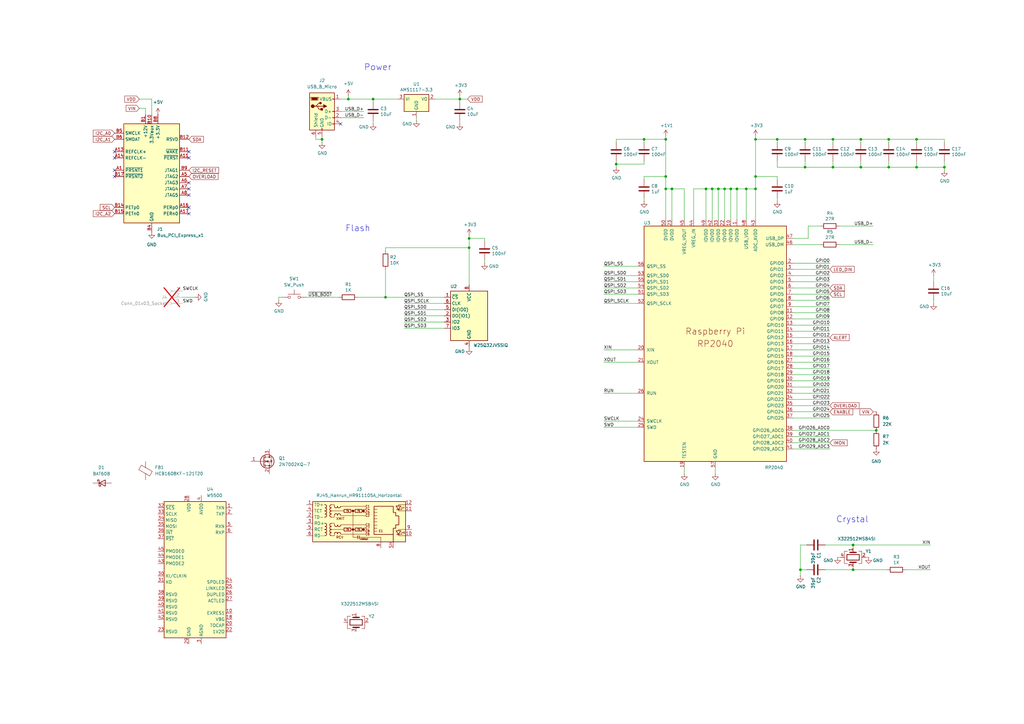
<source format=kicad_sch>
(kicad_sch (version 20231120) (generator "eeschema") (generator_version "8.0")
  (paper "A3")
  (lib_symbols
    (symbol "Connector:Bus_PCI_Express_x1"
      (property "Reference" "J" (at -8.89 22.86 0))
      (property "Value" "Bus_PCI_Express_x1" (at 12.7 22.86 0))
      (symbol "Bus_PCI_Express_x1_1_1"
        (pin passive line (at -15.24 2.54 0) (length 3.81) (name "~{PRSNT1}") (number "A1"))
        (pin passive line (at 2.54 25.4 270) (length 3.81) hide (name "+3.3V") (number "A10"))
        (pin input line (at 15.24 7.62 180) (length 3.81) (name "~{PERST}") (number "A11"))
        (pin passive line (at 0 -22.86 90) (length 3.81) hide (name "GND") (number "A12"))
        (pin input line (at -15.24 10.16 0) (length 3.81) (name "REFCLK+") (number "A13"))
        (pin input line (at -15.24 7.62 0) (length 3.81) (name "REFCLK-") (number "A14"))
        (pin passive line (at 0 -22.86 90) (length 3.81) hide (name "GND") (number "A15"))
        (pin output line (at 15.24 -12.7 180) (length 3.81) (name "PERp0") (number "A16"))
        (pin output line (at 15.24 -15.24 180) (length 3.81) (name "PERn0") (number "A17"))
        (pin passive line (at 0 -22.86 90) (length 3.81) hide (name "GND") (number "A18"))
        (pin passive line (at -2.54 25.4 270) (length 3.81) hide (name "+12V") (number "A2"))
        (pin passive line (at -2.54 25.4 270) (length 3.81) hide (name "+12V") (number "A3"))
        (pin passive line (at 0 -22.86 90) (length 3.81) hide (name "GND") (number "A4"))
        (pin input line (at 15.24 0 180) (length 3.81) (name "JTAG2") (number "A5"))
        (pin input line (at 15.24 -2.54 180) (length 3.81) (name "JTAG3") (number "A6"))
        (pin output line (at 15.24 -5.08 180) (length 3.81) (name "JTAG4") (number "A7"))
        (pin input line (at 15.24 -7.62 180) (length 3.81) (name "JTAG5") (number "A8"))
        (pin passive line (at 2.54 25.4 270) (length 3.81) hide (name "+3.3V") (number "A9"))
        (pin power_in line (at -2.54 25.4 270) (length 3.81) (name "+12V") (number "B1"))
        (pin power_in line (at 0 25.4 270) (length 3.81) (name "3.3Vaux") (number "B10"))
        (pin open_collector line (at 15.24 10.16 180) (length 3.81) (name "~{WAKE}") (number "B11"))
        (pin passive line (at 15.24 15.24 180) (length 3.81) (name "RSVD") (number "B12"))
        (pin passive line (at 0 -22.86 90) (length 3.81) hide (name "GND") (number "B13"))
        (pin input line (at -15.24 -12.7 0) (length 3.81) (name "PETp0") (number "B14"))
        (pin input line (at -15.24 -15.24 0) (length 3.81) (name "PETn0") (number "B15"))
        (pin passive line (at 0 -22.86 90) (length 3.81) hide (name "GND") (number "B16"))
        (pin passive line (at -15.24 0 0) (length 3.81) (name "~{PRSNT2}") (number "B17"))
        (pin passive line (at 0 -22.86 90) (length 3.81) hide (name "GND") (number "B18"))
        (pin passive line (at -2.54 25.4 270) (length 3.81) hide (name "+12V") (number "B2"))
        (pin passive line (at -2.54 25.4 270) (length 3.81) hide (name "+12V") (number "B3"))
        (pin power_in line (at 0 -22.86 90) (length 3.81) (name "GND") (number "B4"))
        (pin input line (at -15.24 17.78 0) (length 3.81) (name "SMCLK") (number "B5"))
        (pin bidirectional line (at -15.24 15.24 0) (length 3.81) (name "SMDAT") (number "B6"))
        (pin passive line (at 0 -22.86 90) (length 3.81) hide (name "GND") (number "B7"))
        (pin power_in line (at 2.54 25.4 270) (length 3.81) (name "+3.3V") (number "B8"))
        (pin input line (at 15.24 2.54 180) (length 3.81) (name "JTAG1") (number "B9"))
      )
    )
    (symbol "Connector:Conn_01x03_Socket" (pin_names (offset 1.016) hide)
      (property "Reference" "J" (at 0 5.08 0))
      (property "Value" "Conn_01x03_Socket" (at 0 -5.08 0))
      (symbol "Conn_01x03_Socket_1_1"
        (pin passive line (at -5.08 2.54 0) (length 3.81) (name "Pin_1") (number "1"))
        (pin passive line (at -5.08 0 0) (length 3.81) (name "Pin_2") (number "2"))
        (pin passive line (at -5.08 -2.54 0) (length 3.81) (name "Pin_3") (number "3"))
      )
    )
    (symbol "Connector:RJ45_Hanrun_HR911105A_Horizontal"
      (property "Reference" "J" (at 18.415 10.16 0))
      (property "Value" "RJ45_Hanrun_HR911105A_Horizontal" (at -19.05 10.16 0))
      (symbol "RJ45_Hanrun_HR911105A_Horizontal_0_0"
        (text "C1" (at 4.699 6.985 0) (effects (font (size 0.889 0.889))))
        (text "C1" (at 10.16 -3.175 0) (effects (font (size 0.889 0.889))))
        (text "C2" (at 4.699 3.175 0) (effects (font (size 0.889 0.889))))
        (text "C3" (at 4.699 -0.635 0) (effects (font (size 0.889 0.889))))
        (text "C4" (at 4.699 5.715 0) (effects (font (size 0.889 0.889))))
        (text "C5" (at 4.699 4.445 0) (effects (font (size 0.889 0.889))))
        (text "C6" (at 4.699 -4.445 0) (effects (font (size 0.889 0.889))))
        (text "C7" (at 4.699 -1.905 0) (effects (font (size 0.889 0.889))))
        (text "C8" (at 4.699 -3.175 0) (effects (font (size 0.889 0.889))))
        (text "RCV" (at -8.255 -5.715 0) (effects (font (size 1.016 1.016)) (justify left)))
        (text "XMIT" (at -8.255 1.905 0) (effects (font (size 1.016 1.016)) (justify left)))
      )
      (symbol "RJ45_Hanrun_HR911105A_Horizontal_1_0"
        (text "1000pF" (at 3.302 -6.477 0) (effects (font (size 0.635 0.635))))
      )
      (symbol "RJ45_Hanrun_HR911105A_Horizontal_1_1"
        (text "75" (at -3.556 -2.54 0) (effects (font (size 0.635 0.635))))
        (text "75" (at -3.556 5.08 0) (effects (font (size 0.635 0.635))))
        (text "75" (at 1.016 -2.54 0) (effects (font (size 0.635 0.635))))
        (text "75" (at 1.016 5.08 0) (effects (font (size 0.635 0.635))))
        (text "G" (at 19.685 -3.81 0) (effects (font (size 0.635 0.635))))
        (text "Y" (at 19.558 6.35 0) (effects (font (size 0.635 0.635))))
        (pin passive line (at -20.32 7.62 0) (length 2.54) (name "TD+") (number "1"))
        (pin passive line (at 22.86 -5.08 180) (length 2.54) (name "") (number "10"))
        (pin passive line (at 22.86 5.08 180) (length 2.54) (name "") (number "11"))
        (pin passive line (at 22.86 7.62 180) (length 2.54) (name "") (number "12"))
        (pin passive line (at -20.32 2.54 0) (length 2.54) (name "TD-") (number "2"))
        (pin passive line (at -20.32 0 0) (length 2.54) (name "RD+") (number "3"))
        (pin passive line (at -20.32 5.08 0) (length 2.54) (name "TCT") (number "4"))
        (pin passive line (at -20.32 -2.54 0) (length 2.54) (name "RCT") (number "5"))
        (pin passive line (at -20.32 -5.08 0) (length 2.54) (name "RD-") (number "6"))
        (pin no_connect line (at 20.32 0 0) (length 0) hide (name "NC") (number "7"))
        (pin power_in line (at 10.16 -10.16 90) (length 2.54) (name "") (number "8"))
        (pin passive line (at 22.86 -2.54 180) (length 2.54) (name "") (number "9"))
        (pin passive line (at 15.24 -10.16 90) (length 2.54) (name "") (number "SH"))
      )
    )
    (symbol "Connector:USB_B_Micro" (pin_names (offset 1.016))
      (property "Reference" "J" (at -5.08 11.43 0))
      (property "Value" "USB_B_Micro" (at -5.08 8.89 0))
      (symbol "USB_B_Micro_1_1"
        (pin power_out line (at 7.62 5.08 180) (length 2.54) (name "VBUS") (number "1"))
        (pin bidirectional line (at 7.62 -2.54 180) (length 2.54) (name "D-") (number "2"))
        (pin bidirectional line (at 7.62 0 180) (length 2.54) (name "D+") (number "3"))
        (pin passive line (at 7.62 -5.08 180) (length 2.54) (name "ID") (number "4"))
        (pin power_out line (at 0 -10.16 90) (length 2.54) (name "GND") (number "5"))
        (pin passive line (at -2.54 -10.16 90) (length 2.54) (name "Shield") (number "6"))
      )
    )
    (symbol "Device:C" (pin_numbers hide) (pin_names (offset 0.254))
      (property "Reference" "C" (at 0.635 2.54 0))
      (property "Value" "C" (at 0.635 -2.54 0))
      (symbol "C_1_1"
        (pin passive line (at 0 3.81 270) (length 2.794) (name "~") (number "1"))
        (pin passive line (at 0 -3.81 90) (length 2.794) (name "~") (number "2"))
      )
    )
    (symbol "Device:Crystal_GND24" (pin_names (offset 1.016) hide)
      (property "Reference" "Y" (at 3.175 5.08 0))
      (property "Value" "Crystal_GND24" (at 3.175 3.175 0))
      (symbol "Crystal_GND24_1_1"
        (pin passive line (at -3.81 0 0) (length 1.27) (name "1") (number "1"))
        (pin passive line (at 0 5.08 270) (length 1.27) (name "2") (number "2"))
        (pin passive line (at 3.81 0 180) (length 1.27) (name "3") (number "3"))
        (pin passive line (at 0 -5.08 90) (length 1.27) (name "4") (number "4"))
      )
    )
    (symbol "Device:FerriteBead" (pin_numbers hide) (pin_names (offset 0))
      (property "Reference" "FB" (at -3.81 0.635 90))
      (property "Value" "FerriteBead" (at 3.81 0 90))
      (symbol "FerriteBead_1_1"
        (pin passive line (at 0 3.81 270) (length 2.54) (name "~") (number "1"))
        (pin passive line (at 0 -3.81 90) (length 2.54) (name "~") (number "2"))
      )
    )
    (symbol "Device:R" (pin_numbers hide) (pin_names (offset 0))
      (property "Reference" "R" (at 2.032 0 90))
      (property "Value" "R" (at 0 0 90))
      (symbol "R_1_1"
        (pin passive line (at 0 3.81 270) (length 1.27) (name "~") (number "1"))
        (pin passive line (at 0 -3.81 90) (length 1.27) (name "~") (number "2"))
      )
    )
    (symbol "Diode:BAT60A" (pin_numbers hide) (pin_names (offset 1.016) hide)
      (property "Reference" "D" (at 0 2.54 0))
      (property "Value" "BAT60A" (at 0 -2.54 0))
      (symbol "BAT60A_1_1"
        (pin passive line (at -3.81 0 0) (length 2.54) (name "K") (number "1"))
        (pin passive line (at 3.81 0 180) (length 2.54) (name "A") (number "2"))
      )
    )
    (symbol "GND_1" (power) (pin_numbers hide) (pin_names (offset 0) hide)
      (property "Value" "GND" (at 0 -3.81 0))
      (symbol "GND_1_1_1"
        (pin power_in line (at 0 0 270) (length 0) (name "~") (number "1"))
      )
    )
    (symbol "Interface_Ethernet:W5500"
      (property "Reference" "U" (at -11.43 29.21 0))
      (property "Value" "W5500" (at 8.89 29.21 0))
      (symbol "W5500_1_1"
        (pin output line (at 15.24 25.4 180) (length 2.54) (name "TXN") (number "1"))
        (pin passive line (at 15.24 -17.78 180) (length 2.54) (name "EXRES1") (number "10"))
        (pin passive line (at 2.54 30.48 270) (length 2.54) hide (name "AVDD") (number "11"))
        (pin no_connect line (at 12.7 7.62 180) (length 2.54) hide (name "NC") (number "12"))
        (pin no_connect line (at 12.7 5.08 180) (length 2.54) hide (name "NC") (number "13"))
        (pin passive line (at 2.54 -30.48 90) (length 2.54) hide (name "AGND") (number "14"))
        (pin passive line (at 2.54 30.48 270) (length 2.54) hide (name "AVDD") (number "15"))
        (pin passive line (at 2.54 -30.48 90) (length 2.54) hide (name "AGND") (number "16"))
        (pin passive line (at 2.54 30.48 270) (length 2.54) hide (name "AVDD") (number "17"))
        (pin passive line (at 15.24 -20.32 180) (length 2.54) (name "VBG") (number "18"))
        (pin passive line (at 2.54 -30.48 90) (length 2.54) hide (name "AGND") (number "19"))
        (pin output line (at 15.24 22.86 180) (length 2.54) (name "TXP") (number "2"))
        (pin passive line (at 15.24 -22.86 180) (length 2.54) (name "TOCAP") (number "20"))
        (pin passive line (at 2.54 30.48 270) (length 2.54) hide (name "AVDD") (number "21"))
        (pin output line (at 15.24 -25.4 180) (length 2.54) (name "1V2O") (number "22"))
        (pin input line (at -15.24 -25.4 0) (length 2.54) (name "RSVD") (number "23"))
        (pin output line (at 15.24 -5.08 180) (length 2.54) (name "SPDLED") (number "24"))
        (pin output line (at 15.24 -7.62 180) (length 2.54) (name "LINKLED") (number "25"))
        (pin output line (at 15.24 -10.16 180) (length 2.54) (name "DUPLED") (number "26"))
        (pin output line (at 15.24 -12.7 180) (length 2.54) (name "ACTLED") (number "27"))
        (pin power_in line (at -2.54 30.48 270) (length 2.54) (name "VDD") (number "28"))
        (pin power_in line (at -2.54 -30.48 90) (length 2.54) (name "GND") (number "29"))
        (pin power_in line (at 2.54 -30.48 90) (length 2.54) (name "AGND") (number "3"))
        (pin input line (at -15.24 -2.54 0) (length 2.54) (name "XI/CLKIN") (number "30"))
        (pin output line (at -15.24 -5.08 0) (length 2.54) (name "XO") (number "31"))
        (pin input line (at -15.24 25.4 0) (length 2.54) (name "~{SCS}") (number "32"))
        (pin input line (at -15.24 22.86 0) (length 2.54) (name "SCLK") (number "33"))
        (pin output line (at -15.24 20.32 0) (length 2.54) (name "MISO") (number "34"))
        (pin input line (at -15.24 17.78 0) (length 2.54) (name "MOSI") (number "35"))
        (pin input line (at -15.24 15.24 0) (length 2.54) (name "~{INT}") (number "36"))
        (pin input line (at -15.24 12.7 0) (length 2.54) (name "~{RST}") (number "37"))
        (pin input line (at -15.24 -10.16 0) (length 2.54) (name "RSVD") (number "38"))
        (pin input line (at -15.24 -12.7 0) (length 2.54) (name "RSVD") (number "39"))
        (pin power_in line (at 2.54 30.48 270) (length 2.54) (name "AVDD") (number "4"))
        (pin input line (at -15.24 -15.24 0) (length 2.54) (name "RSVD") (number "40"))
        (pin input line (at -15.24 -17.78 0) (length 2.54) (name "RSVD") (number "41"))
        (pin input line (at -15.24 -20.32 0) (length 2.54) (name "RSVD") (number "42"))
        (pin input line (at -15.24 2.54 0) (length 2.54) (name "PMODE2") (number "43"))
        (pin input line (at -15.24 5.08 0) (length 2.54) (name "PMODE1") (number "44"))
        (pin input line (at -15.24 7.62 0) (length 2.54) (name "PMODE0") (number "45"))
        (pin no_connect line (at 12.7 2.54 180) (length 2.54) hide (name "NC") (number "46"))
        (pin no_connect line (at 12.7 0 180) (length 2.54) hide (name "NC") (number "47"))
        (pin passive line (at 2.54 -30.48 90) (length 2.54) hide (name "AGND") (number "48"))
        (pin input line (at 15.24 17.78 180) (length 2.54) (name "RXN") (number "5"))
        (pin input line (at 15.24 15.24 180) (length 2.54) (name "RXP") (number "6"))
        (pin no_connect line (at 12.7 10.16 180) (length 2.54) hide (name "DNC") (number "7"))
        (pin passive line (at 2.54 30.48 270) (length 2.54) hide (name "AVDD") (number "8"))
        (pin passive line (at 2.54 -30.48 90) (length 2.54) hide (name "AGND") (number "9"))
      )
    )
    (symbol "MCU_RaspberryPi_RP2040:RP2040" (pin_names (offset 1.016))
      (property "Reference" "U" (at -29.21 49.53 0))
      (property "Value" "RP2040" (at 24.13 -49.53 0))
      (symbol "RP2040_0_0"
        (text "Raspberry Pi" (at 0 5.08 0) (effects (font (size 2.54 2.54))))
        (text "RP2040" (at 0 0 0) (effects (font (size 2.54 2.54))))
      )
      (symbol "RP2040_1_1"
        (pin power_in line (at 8.89 50.8 270) (length 2.54) (name "IOVDD") (number "1"))
        (pin power_in line (at 6.35 50.8 270) (length 2.54) (name "IOVDD") (number "10"))
        (pin bidirectional line (at 31.75 12.7 180) (length 2.54) (name "GPIO8") (number "11"))
        (pin bidirectional line (at 31.75 10.16 180) (length 2.54) (name "GPIO9") (number "12"))
        (pin bidirectional line (at 31.75 7.62 180) (length 2.54) (name "GPIO10") (number "13"))
        (pin bidirectional line (at 31.75 5.08 180) (length 2.54) (name "GPIO11") (number "14"))
        (pin bidirectional line (at 31.75 2.54 180) (length 2.54) (name "GPIO12") (number "15"))
        (pin bidirectional line (at 31.75 0 180) (length 2.54) (name "GPIO13") (number "16"))
        (pin bidirectional line (at 31.75 -2.54 180) (length 2.54) (name "GPIO14") (number "17"))
        (pin bidirectional line (at 31.75 -5.08 180) (length 2.54) (name "GPIO15") (number "18"))
        (pin passive line (at -12.7 -50.8 90) (length 2.54) (name "TESTEN") (number "19"))
        (pin bidirectional line (at 31.75 33.02 180) (length 2.54) (name "GPIO0") (number "2"))
        (pin input line (at -31.75 -2.54 0) (length 2.54) (name "XIN") (number "20"))
        (pin passive line (at -31.75 -7.62 0) (length 2.54) (name "XOUT") (number "21"))
        (pin power_in line (at 3.81 50.8 270) (length 2.54) (name "IOVDD") (number "22"))
        (pin power_in line (at -17.78 50.8 270) (length 2.54) (name "DVDD") (number "23"))
        (pin output line (at -31.75 -31.75 0) (length 2.54) (name "SWCLK") (number "24"))
        (pin bidirectional line (at -31.75 -34.29 0) (length 2.54) (name "SWD") (number "25"))
        (pin input line (at -31.75 -20.32 0) (length 2.54) (name "RUN") (number "26"))
        (pin bidirectional line (at 31.75 -7.62 180) (length 2.54) (name "GPIO16") (number "27"))
        (pin bidirectional line (at 31.75 -10.16 180) (length 2.54) (name "GPIO17") (number "28"))
        (pin bidirectional line (at 31.75 -12.7 180) (length 2.54) (name "GPIO18") (number "29"))
        (pin bidirectional line (at 31.75 30.48 180) (length 2.54) (name "GPIO1") (number "3"))
        (pin bidirectional line (at 31.75 -15.24 180) (length 2.54) (name "GPIO19") (number "30"))
        (pin bidirectional line (at 31.75 -17.78 180) (length 2.54) (name "GPIO20") (number "31"))
        (pin bidirectional line (at 31.75 -20.32 180) (length 2.54) (name "GPIO21") (number "32"))
        (pin power_in line (at 1.27 50.8 270) (length 2.54) (name "IOVDD") (number "33"))
        (pin bidirectional line (at 31.75 -22.86 180) (length 2.54) (name "GPIO22") (number "34"))
        (pin bidirectional line (at 31.75 -25.4 180) (length 2.54) (name "GPIO23") (number "35"))
        (pin bidirectional line (at 31.75 -27.94 180) (length 2.54) (name "GPIO24") (number "36"))
        (pin bidirectional line (at 31.75 -30.48 180) (length 2.54) (name "GPIO25") (number "37"))
        (pin bidirectional line (at 31.75 -35.56 180) (length 2.54) (name "GPIO26_ADC0") (number "38"))
        (pin bidirectional line (at 31.75 -38.1 180) (length 2.54) (name "GPIO27_ADC1") (number "39"))
        (pin bidirectional line (at 31.75 27.94 180) (length 2.54) (name "GPIO2") (number "4"))
        (pin bidirectional line (at 31.75 -40.64 180) (length 2.54) (name "GPIO28_ADC2") (number "40"))
        (pin bidirectional line (at 31.75 -43.18 180) (length 2.54) (name "GPIO29_ADC3") (number "41"))
        (pin power_in line (at -1.27 50.8 270) (length 2.54) (name "IOVDD") (number "42"))
        (pin power_in line (at 16.51 50.8 270) (length 2.54) (name "ADC_AVDD") (number "43"))
        (pin power_in line (at -8.89 50.8 270) (length 2.54) (name "VREG_IN") (number "44"))
        (pin power_out line (at -12.7 50.8 270) (length 2.54) (name "VREG_VOUT") (number "45"))
        (pin bidirectional line (at 31.75 40.64 180) (length 2.54) (name "USB_DM") (number "46"))
        (pin bidirectional line (at 31.75 43.18 180) (length 2.54) (name "USB_DP") (number "47"))
        (pin power_in line (at 12.7 50.8 270) (length 2.54) (name "USB_VDD") (number "48"))
        (pin power_in line (at -3.81 50.8 270) (length 2.54) (name "IOVDD") (number "49"))
        (pin bidirectional line (at 31.75 25.4 180) (length 2.54) (name "GPIO3") (number "5"))
        (pin power_in line (at -20.32 50.8 270) (length 2.54) (name "DVDD") (number "50"))
        (pin bidirectional line (at -31.75 20.32 0) (length 2.54) (name "QSPI_SD3") (number "51"))
        (pin output line (at -31.75 16.51 0) (length 2.54) (name "QSPI_SCLK") (number "52"))
        (pin bidirectional line (at -31.75 27.94 0) (length 2.54) (name "QSPI_SD0") (number "53"))
        (pin bidirectional line (at -31.75 22.86 0) (length 2.54) (name "QSPI_SD2") (number "54"))
        (pin bidirectional line (at -31.75 25.4 0) (length 2.54) (name "QSPI_SD1") (number "55"))
        (pin bidirectional line (at -31.75 31.75 0) (length 2.54) (name "QSPI_SS") (number "56"))
        (pin power_in line (at 0 -50.8 90) (length 2.54) (name "GND") (number "57"))
        (pin bidirectional line (at 31.75 22.86 180) (length 2.54) (name "GPIO4") (number "6"))
        (pin bidirectional line (at 31.75 20.32 180) (length 2.54) (name "GPIO5") (number "7"))
        (pin bidirectional line (at 31.75 17.78 180) (length 2.54) (name "GPIO6") (number "8"))
        (pin bidirectional line (at 31.75 15.24 180) (length 2.54) (name "GPIO7") (number "9"))
      )
    )
    (symbol "Memory_Flash:W25Q128JVS"
      (property "Reference" "U" (at -8.89 8.89 0))
      (property "Value" "W25Q128JVS" (at 7.62 8.89 0))
      (symbol "W25Q128JVS_1_1"
        (pin input line (at -10.16 7.62 0) (length 2.54) (name "~{CS}") (number "1"))
        (pin bidirectional line (at -10.16 0 0) (length 2.54) (name "DO(IO1)") (number "2"))
        (pin bidirectional line (at -10.16 -2.54 0) (length 2.54) (name "IO2") (number "3"))
        (pin power_in line (at 0 -12.7 90) (length 2.54) (name "GND") (number "4"))
        (pin bidirectional line (at -10.16 2.54 0) (length 2.54) (name "DI(IO0)") (number "5"))
        (pin input line (at -10.16 5.08 0) (length 2.54) (name "CLK") (number "6"))
        (pin bidirectional line (at -10.16 -5.08 0) (length 2.54) (name "IO3") (number "7"))
        (pin power_in line (at 0 12.7 270) (length 2.54) (name "VCC") (number "8"))
      )
    )
    (symbol "Regulator_Linear:NCP1117-3.3_SOT223"
      (property "Reference" "U" (at -3.81 3.175 0))
      (property "Value" "NCP1117-3.3_SOT223" (at 0 3.175 0))
      (symbol "NCP1117-3.3_SOT223_1_1"
        (pin power_in line (at 0 -7.62 90) (length 2.54) (name "GND") (number "1"))
        (pin power_out line (at 7.62 0 180) (length 2.54) (name "VO") (number "2"))
        (pin power_in line (at -7.62 0 0) (length 2.54) (name "VI") (number "3"))
      )
    )
    (symbol "Switch:SW_Push" (pin_numbers hide) (pin_names (offset 1.016) hide)
      (property "Reference" "SW" (at 1.27 2.54 0))
      (property "Value" "SW_Push" (at 0 -1.524 0))
      (symbol "SW_Push_0_1"
        (pin passive line (at -5.08 0 0) (length 2.54) (name "1") (number "1"))
        (pin passive line (at 5.08 0 180) (length 2.54) (name "2") (number "2"))
      )
    )
    (symbol "Transistor_FET:2N7002" (pin_names hide)
      (property "Reference" "Q" (at 5.08 1.905 0))
      (property "Value" "2N7002" (at 5.08 0 0))
      (symbol "2N7002_1_1"
        (pin input line (at -5.08 0 0) (length 2.54) (name "G") (number "1"))
        (pin passive line (at 2.54 -5.08 90) (length 2.54) (name "S") (number "2"))
        (pin passive line (at 2.54 5.08 270) (length 2.54) (name "D") (number "3"))
      )
    )
    (symbol "power:+1V1" (power) (pin_names (offset 0))
      (property "Value" "+1V1" (at 0 3.556 0))
      (symbol "+1V1_1_1"
        (pin power_in line (at 0 0 90) (length 0) hide (name "+1V1") (number "1"))
      )
    )
    (symbol "power:+3V3" (power) (pin_names (offset 0))
      (property "Value" "+3V3" (at 0 3.556 0))
      (symbol "+3V3_1_1"
        (pin power_in line (at 0 0 90) (length 0) hide (name "+3V3") (number "1"))
      )
    )
    (symbol "power:+5V" (power) (pin_numbers hide) (pin_names (offset 0) hide)
      (property "Value" "+5V" (at 0 3.556 0))
      (symbol "+5V_1_1"
        (pin power_in line (at 0 0 90) (length 0) (name "~") (number "1"))
      )
    )
    (symbol "power:GND" (power) (pin_numbers hide) (pin_names (offset 0) hide)
      (property "Value" "GND" (at 0 -3.81 0))
      (symbol "GND_1_1"
        (pin power_in line (at 0 0 270) (length 0) (name "~") (number "1"))
      )
    )
  )
  (junction (at 273.05 57.15))
  (junction (at 353.06 57.15))
  (junction (at 309.88 57.15))
  (junction (at 297.18 77.47))
  (junction (at 306.07 77.47))
  (junction (at 153.035 40.64))
  (junction (at 188.595 40.64))
  (junction (at 299.72 77.47))
  (junction (at 264.16 57.15))
  (junction (at 158.115 121.92))
  (junction (at 289.56 77.47))
  (junction (at 294.64 77.47))
  (junction (at 309.88 72.39))
  (junction (at 349.885 223.52))
  (junction (at 359.41 176.53))
  (junction (at 275.59 77.47))
  (junction (at 252.73 67.31))
  (junction (at 341.63 57.15))
  (junction (at 387.35 68.58))
  (junction (at 375.92 57.15))
  (junction (at 192.405 97.79))
  (junction (at 364.49 57.15))
  (junction (at 328.295 233.68))
  (junction (at 292.1 77.47))
  (junction (at 142.875 40.64))
  (junction (at 318.77 57.15))
  (junction (at 192.405 101.6))
  (junction (at 132.08 57.15))
  (junction (at 302.26 77.47))
  (junction (at 353.06 68.58))
  (junction (at 364.49 68.58))
  (junction (at 341.63 68.58))
  (junction (at 273.05 77.47))
  (junction (at 375.92 68.58))
  (junction (at 330.2 68.58))
  (junction (at 330.2 57.15))
  (junction (at 349.885 233.68))
  (junction (at 273.05 72.39))
  (junction (at 309.88 77.47))
  (no_connect (at 139.7 50.8))
  (no_connect (at 46.99 62.23))
  (no_connect (at 77.47 80.01))
  (no_connect (at 77.47 74.93))
  (no_connect (at 77.47 77.47))
  (no_connect (at 46.99 69.85))
  (no_connect (at 77.47 87.63))
  (no_connect (at 46.99 64.77))
  (no_connect (at 46.99 72.39))
  (no_connect (at 77.47 62.23))
  (no_connect (at 77.47 85.09))
  (no_connect (at 77.47 64.77))
  (wire (pts (xy 318.77 81.28) (xy 318.77 82.55)))
  (wire (pts (xy 325.12 166.37) (xy 340.36 166.37)))
  (wire (pts (xy 182.245 129.54) (xy 165.735 129.54)))
  (wire (pts (xy 375.92 58.42) (xy 375.92 57.15)))
  (wire (pts (xy 353.06 58.42) (xy 353.06 57.15)))
  (wire (pts (xy 146.685 121.92) (xy 158.115 121.92)))
  (wire (pts (xy 375.92 57.15) (xy 387.35 57.15)))
  (wire (pts (xy 325.12 143.51) (xy 340.36 143.51)))
  (wire (pts (xy 261.62 148.59) (xy 247.65 148.59)))
  (wire (pts (xy 252.73 57.15) (xy 264.16 57.15)))
  (wire (pts (xy 325.12 184.15) (xy 340.36 184.15)))
  (wire (pts (xy 325.12 168.91) (xy 340.36 168.91)))
  (wire (pts (xy 325.12 158.75) (xy 340.36 158.75)))
  (wire (pts (xy 325.12 110.49) (xy 340.36 110.49)))
  (wire (pts (xy 252.73 67.31) (xy 264.16 67.31)))
  (wire (pts (xy 280.67 90.17) (xy 280.67 77.47)))
  (wire (pts (xy 349.885 224.79) (xy 349.885 223.52)))
  (wire (pts (xy 309.88 57.15) (xy 309.88 72.39)))
  (wire (pts (xy 297.18 90.17) (xy 297.18 77.47)))
  (wire (pts (xy 114.3 121.92) (xy 115.57 121.92)))
  (wire (pts (xy 139.7 45.72) (xy 149.225 45.72)))
  (wire (pts (xy 302.26 77.47) (xy 302.26 90.17)))
  (wire (pts (xy 306.07 77.47) (xy 309.88 77.47)))
  (wire (pts (xy 261.62 109.22) (xy 247.65 109.22)))
  (wire (pts (xy 252.73 67.31) (xy 252.73 68.58)))
  (wire (pts (xy 325.12 138.43) (xy 340.36 138.43)))
  (wire (pts (xy 247.65 115.57) (xy 261.62 115.57)))
  (wire (pts (xy 280.67 191.77) (xy 280.67 194.31)))
  (wire (pts (xy 158.115 101.6) (xy 192.405 101.6)))
  (wire (pts (xy 325.12 148.59) (xy 340.36 148.59)))
  (wire (pts (xy 142.875 40.64) (xy 153.035 40.64)))
  (wire (pts (xy 325.12 113.03) (xy 340.36 113.03)))
  (wire (pts (xy 325.12 135.89) (xy 340.36 135.89)))
  (wire (pts (xy 292.1 77.47) (xy 294.64 77.47)))
  (wire (pts (xy 349.885 232.41) (xy 349.885 233.68)))
  (wire (pts (xy 273.05 55.88) (xy 273.05 57.15)))
  (wire (pts (xy 293.37 191.77) (xy 293.37 194.31)))
  (wire (pts (xy 387.35 66.04) (xy 387.35 68.58)))
  (wire (pts (xy 264.16 73.66) (xy 264.16 72.39)))
  (wire (pts (xy 309.88 57.15) (xy 318.77 57.15)))
  (wire (pts (xy 318.77 73.66) (xy 318.77 72.39)))
  (wire (pts (xy 289.56 90.17) (xy 289.56 77.47)))
  (wire (pts (xy 325.12 97.79) (xy 331.47 97.79)))
  (wire (pts (xy 344.17 92.71) (xy 358.14 92.71)))
  (wire (pts (xy 59.69 44.45) (xy 59.69 46.99)))
  (wire (pts (xy 252.73 58.42) (xy 252.73 57.15)))
  (wire (pts (xy 289.56 77.47) (xy 292.1 77.47)))
  (wire (pts (xy 349.885 223.52) (xy 381.635 223.52)))
  (wire (pts (xy 309.88 72.39) (xy 318.77 72.39)))
  (wire (pts (xy 132.08 57.15) (xy 132.08 58.42)))
  (wire (pts (xy 153.035 41.91) (xy 153.035 40.64)))
  (wire (pts (xy 252.73 66.04) (xy 252.73 67.31)))
  (wire (pts (xy 325.12 123.19) (xy 340.36 123.19)))
  (wire (pts (xy 261.62 124.46) (xy 247.65 124.46)))
  (wire (pts (xy 114.3 123.19) (xy 114.3 121.92)))
  (wire (pts (xy 261.62 175.26) (xy 247.65 175.26)))
  (wire (pts (xy 325.12 153.67) (xy 340.36 153.67)))
  (wire (pts (xy 328.295 233.68) (xy 328.295 236.22)))
  (wire (pts (xy 280.67 77.47) (xy 275.59 77.47)))
  (wire (pts (xy 273.05 77.47) (xy 273.05 90.17)))
  (wire (pts (xy 371.475 233.68) (xy 381.635 233.68)))
  (wire (pts (xy 338.455 223.52) (xy 349.885 223.52)))
  (wire (pts (xy 325.12 161.29) (xy 340.36 161.29)))
  (wire (pts (xy 330.2 66.04) (xy 330.2 68.58)))
  (wire (pts (xy 299.72 77.47) (xy 302.26 77.47)))
  (wire (pts (xy 325.12 130.81) (xy 340.36 130.81)))
  (wire (pts (xy 264.16 72.39) (xy 273.05 72.39)))
  (wire (pts (xy 318.77 58.42) (xy 318.77 57.15)))
  (wire (pts (xy 325.12 176.53) (xy 359.41 176.53)))
  (wire (pts (xy 309.88 77.47) (xy 309.88 90.17)))
  (wire (pts (xy 132.08 55.88) (xy 132.08 57.15)))
  (wire (pts (xy 325.12 181.61) (xy 340.36 181.61)))
  (wire (pts (xy 341.63 58.42) (xy 341.63 57.15)))
  (wire (pts (xy 364.49 58.42) (xy 364.49 57.15)))
  (wire (pts (xy 364.49 66.04) (xy 364.49 68.58)))
  (wire (pts (xy 153.035 49.53) (xy 153.035 50.8)))
  (wire (pts (xy 375.92 68.58) (xy 364.49 68.58)))
  (wire (pts (xy 247.65 118.11) (xy 261.62 118.11)))
  (wire (pts (xy 247.65 113.03) (xy 261.62 113.03)))
  (wire (pts (xy 264.16 81.28) (xy 264.16 82.55)))
  (wire (pts (xy 198.755 106.68) (xy 198.755 107.95)))
  (wire (pts (xy 188.595 40.64) (xy 188.595 39.37)))
  (wire (pts (xy 182.245 134.62) (xy 165.735 134.62)))
  (wire (pts (xy 261.62 161.29) (xy 247.65 161.29)))
  (wire (pts (xy 57.15 44.45) (xy 59.69 44.45)))
  (wire (pts (xy 341.63 66.04) (xy 341.63 68.58)))
  (wire (pts (xy 306.07 90.17) (xy 306.07 77.47)))
  (wire (pts (xy 188.595 41.91) (xy 188.595 40.64)))
  (wire (pts (xy 325.12 118.11) (xy 340.36 118.11)))
  (wire (pts (xy 284.48 77.47) (xy 289.56 77.47)))
  (wire (pts (xy 309.88 55.88) (xy 309.88 57.15)))
  (wire (pts (xy 292.1 90.17) (xy 292.1 77.47)))
  (wire (pts (xy 247.65 143.51) (xy 261.62 143.51)))
  (wire (pts (xy 328.295 223.52) (xy 328.295 233.68)))
  (wire (pts (xy 318.77 66.04) (xy 318.77 68.58)))
  (wire (pts (xy 354.965 228.6) (xy 356.235 228.6)))
  (wire (pts (xy 344.17 100.33) (xy 358.14 100.33)))
  (wire (pts (xy 325.12 146.05) (xy 340.36 146.05)))
  (wire (pts (xy 192.405 96.52) (xy 192.405 97.79)))
  (wire (pts (xy 294.64 77.47) (xy 297.18 77.47)))
  (wire (pts (xy 158.115 102.87) (xy 158.115 101.6)))
  (wire (pts (xy 353.06 57.15) (xy 364.49 57.15)))
  (wire (pts (xy 341.63 57.15) (xy 353.06 57.15)))
  (wire (pts (xy 331.47 92.71) (xy 336.55 92.71)))
  (wire (pts (xy 62.23 40.64) (xy 62.23 46.99)))
  (wire (pts (xy 349.885 233.68) (xy 363.855 233.68)))
  (wire (pts (xy 330.2 57.15) (xy 341.63 57.15)))
  (wire (pts (xy 247.65 120.65) (xy 261.62 120.65)))
  (wire (pts (xy 297.18 77.47) (xy 299.72 77.47)))
  (wire (pts (xy 325.12 120.65) (xy 340.36 120.65)))
  (wire (pts (xy 192.405 101.6) (xy 192.405 116.84)))
  (wire (pts (xy 182.245 132.08) (xy 165.735 132.08)))
  (wire (pts (xy 325.12 107.95) (xy 340.36 107.95)))
  (wire (pts (xy 284.48 90.17) (xy 284.48 77.47)))
  (wire (pts (xy 261.62 172.72) (xy 247.65 172.72)))
  (wire (pts (xy 198.755 97.79) (xy 192.405 97.79)))
  (wire (pts (xy 387.35 68.58) (xy 387.35 69.85)))
  (wire (pts (xy 165.735 124.46) (xy 182.245 124.46)))
  (wire (pts (xy 129.54 57.15) (xy 132.08 57.15)))
  (wire (pts (xy 294.64 90.17) (xy 294.64 77.47)))
  (wire (pts (xy 264.16 67.31) (xy 264.16 66.04)))
  (wire (pts (xy 330.835 223.52) (xy 328.295 223.52)))
  (wire (pts (xy 273.05 57.15) (xy 273.05 72.39)))
  (wire (pts (xy 163.195 40.64) (xy 153.035 40.64)))
  (wire (pts (xy 302.26 77.47) (xy 306.07 77.47)))
  (wire (pts (xy 330.835 233.68) (xy 328.295 233.68)))
  (wire (pts (xy 387.35 58.42) (xy 387.35 57.15)))
  (wire (pts (xy 325.12 140.97) (xy 340.36 140.97)))
  (wire (pts (xy 318.77 57.15) (xy 330.2 57.15)))
  (wire (pts (xy 178.435 40.64) (xy 188.595 40.64)))
  (wire (pts (xy 325.12 179.07) (xy 340.36 179.07)))
  (wire (pts (xy 364.49 68.58) (xy 353.06 68.58)))
  (wire (pts (xy 192.405 97.79) (xy 192.405 101.6)))
  (wire (pts (xy 325.12 133.35) (xy 340.36 133.35)))
  (wire (pts (xy 325.12 128.27) (xy 340.36 128.27)))
  (wire (pts (xy 275.59 90.17) (xy 275.59 77.47)))
  (wire (pts (xy 309.88 72.39) (xy 309.88 77.47)))
  (wire (pts (xy 57.15 40.64) (xy 62.23 40.64)))
  (wire (pts (xy 129.54 55.88) (xy 129.54 57.15)))
  (wire (pts (xy 188.595 40.64) (xy 191.77 40.64)))
  (wire (pts (xy 325.12 125.73) (xy 340.36 125.73)))
  (wire (pts (xy 158.115 110.49) (xy 158.115 121.92)))
  (wire (pts (xy 139.7 48.26) (xy 149.225 48.26)))
  (wire (pts (xy 325.12 100.33) (xy 336.55 100.33)))
  (wire (pts (xy 331.47 92.71) (xy 331.47 97.79)))
  (wire (pts (xy 299.72 90.17) (xy 299.72 77.47)))
  (wire (pts (xy 353.06 66.04) (xy 353.06 68.58)))
  (wire (pts (xy 275.59 77.47) (xy 273.05 77.47)))
  (wire (pts (xy 325.12 156.21) (xy 340.36 156.21)))
  (wire (pts (xy 264.16 58.42) (xy 264.16 57.15)))
  (wire (pts (xy 382.905 123.19) (xy 382.905 124.46)))
  (wire (pts (xy 382.905 113.03) (xy 382.905 115.57)))
  (wire (pts (xy 325.12 151.13) (xy 340.36 151.13)))
  (wire (pts (xy 330.2 68.58) (xy 318.77 68.58)))
  (wire (pts (xy 325.12 163.83) (xy 340.36 163.83)))
  (wire (pts (xy 364.49 57.15) (xy 375.92 57.15)))
  (wire (pts (xy 264.16 57.15) (xy 273.05 57.15)))
  (wire (pts (xy 170.815 48.26) (xy 170.815 49.53)))
  (wire (pts (xy 330.2 58.42) (xy 330.2 57.15)))
  (wire (pts (xy 125.73 121.92) (xy 139.065 121.92)))
  (wire (pts (xy 358.14 168.91) (xy 359.41 168.91)))
  (wire (pts (xy 353.06 68.58) (xy 341.63 68.58)))
  (wire (pts (xy 158.115 121.92) (xy 182.245 121.92)))
  (wire (pts (xy 139.7 40.64) (xy 142.875 40.64)))
  (wire (pts (xy 198.755 99.06) (xy 198.755 97.79)))
  (wire (pts (xy 375.92 66.04) (xy 375.92 68.58)))
  (wire (pts (xy 182.245 127) (xy 165.735 127)))
  (wire (pts (xy 74.93 121.92) (xy 80.01 121.92)))
  (wire (pts (xy 273.05 72.39) (xy 273.05 77.47)))
  (wire (pts (xy 338.455 233.68) (xy 349.885 233.68)))
  (wire (pts (xy 341.63 68.58) (xy 330.2 68.58)))
  (wire (pts (xy 192.405 142.875) (xy 192.405 142.24)))
  (wire (pts (xy 375.92 68.58) (xy 387.35 68.58)))
  (wire (pts (xy 325.12 171.45) (xy 340.36 171.45)))
  (wire (pts (xy 343.535 228.6) (xy 344.805 228.6)))
  (wire (pts (xy 188.595 49.53) (xy 188.595 50.8)))
  (wire (pts (xy 325.12 115.57) (xy 340.36 115.57)))
  (wire (pts (xy 142.875 39.37) (xy 142.875 40.64)))
  (text "Power" (at 149.225 29.21 0) (effects (font (size 2.54 2.54)) (justify left bottom)))
  (text "Flash" (at 141.605 95.25 0) (effects (font (size 2.54 2.54)) (justify left bottom)))
  (text "Crystal" (at 342.9 214.63 0) (effects (font (size 2.54 2.54)) (justify left bottom)))
  (label "GPIO11" (at 340.36 135.89 180))
  (label "QSPI_SD2" (at 165.735 132.08 0))
  (label "GPIO27_ADC1" (at 340.36 179.07 180))
  (label "QSPI_SD3" (at 247.65 120.65 0))
  (label "RUN" (at 247.65 161.29 0))
  (label "QSPI_SD1" (at 165.735 129.54 0))
  (label "GPIO1" (at 340.36 110.49 180))
  (label "GPIO0" (at 340.36 107.95 180))
  (label "QSPI_SCLK" (at 165.735 124.46 0))
  (label "XIN" (at 247.65 143.51 0))
  (label "QSPI_SD0" (at 165.735 127 0))
  (label "SWCLK" (at 74.93 119.38 0))
  (label "GPIO23" (at 340.36 166.37 180))
  (label "USB_D+" (at 149.225 45.72 180))
  (label "GPIO21" (at 340.36 161.29 180))
  (label "QSPI_SD1" (at 247.65 115.57 0))
  (label "GPIO16" (at 340.36 148.59 180))
  (label "SWD" (at 247.65 175.26 0))
  (label "GPIO20" (at 340.36 158.75 180))
  (label "SWCLK" (at 247.65 172.72 0))
  (label "GPIO24" (at 340.36 168.91 180))
  (label "QSPI_SD3" (at 165.735 134.62 0))
  (label "QSPI_SCLK" (at 247.65 124.46 0))
  (label "GPIO10" (at 340.36 133.35 180))
  (label "GPIO14" (at 340.36 143.51 180))
  (label "GPIO5" (at 340.36 120.65 180))
  (label "XOUT" (at 381.635 233.68 180))
  (label "GPIO17" (at 340.36 151.13 180))
  (label "GPIO22" (at 340.36 163.83 180))
  (label "USB_D-" (at 149.225 48.26 180))
  (label "USB_D+" (at 358.14 92.71 180))
  (label "GPIO2" (at 340.36 113.03 180))
  (label "SWD" (at 74.93 124.46 0))
  (label "GPIO13" (at 340.36 140.97 180))
  (label "GPIO4" (at 340.36 118.11 180))
  (label "GPIO15" (at 340.36 146.05 180))
  (label "GPIO25" (at 340.36 171.45 180))
  (label "GPIO18" (at 340.36 153.67 180))
  (label "GPIO19" (at 340.36 156.21 180))
  (label "GPIO12" (at 340.36 138.43 180))
  (label "USB_D-" (at 358.14 100.33 180))
  (label "XOUT" (at 247.65 148.59 0))
  (label "QSPI_SS" (at 247.65 109.22 0))
  (label "GPIO7" (at 340.36 125.73 180))
  (label "GPIO6" (at 340.36 123.19 180))
  (label "GPIO8" (at 340.36 128.27 180))
  (label "GPIO29_ADC3" (at 340.36 184.15 180))
  (label "XIN" (at 381.635 223.52 180))
  (label "GPIO28_ADC2" (at 340.36 181.61 180))
  (label "QSPI_SD0" (at 247.65 113.03 0))
  (label "~{USB_BOOT}" (at 126.365 121.92 0))
  (label "GPIO26_ADC0" (at 340.36 176.53 180))
  (label "GPIO9" (at 340.36 130.81 180))
  (label "GPIO3" (at 340.36 115.57 180))
  (label "QSPI_SS" (at 165.735 121.92 0))
  (label "QSPI_SD2" (at 247.65 118.11 0))
  (global_label "IMON" (shape input) (at 340.36 181.61 0) (property "Intersheetrefs" "${INTERSHEET_REFS}" (effects (hide yes))))
  (global_label "I2C_A1" (shape input) (at 46.99 57.15 180) (property "Intersheetrefs" "${INTERSHEET_REFS}" (effects (hide yes))))
  (global_label "VIN" (shape input) (at 358.14 168.91 180) (property "Intersheetrefs" "${INTERSHEET_REFS}" (effects (hide yes))))
  (global_label "ALERT" (shape input) (at 340.36 138.43 0) (property "Intersheetrefs" "${INTERSHEET_REFS}" (effects (hide yes))))
  (global_label "LED_DIN" (shape input) (at 340.36 110.49 0) (property "Intersheetrefs" "${INTERSHEET_REFS}" (effects (hide yes))))
  (global_label "OVERLOAD" (shape input) (at 77.47 72.39 0) (property "Intersheetrefs" "${INTERSHEET_REFS}" (effects (hide yes))))
  (global_label "VIN" (shape input) (at 57.15 44.45 180) (property "Intersheetrefs" "${INTERSHEET_REFS}" (effects (hide yes))))
  (global_label "VDD" (shape input) (at 191.77 40.64 0) (property "Intersheetrefs" "${INTERSHEET_REFS}" (effects (hide yes))))
  (global_label "VDD" (shape input) (at 57.15 40.64 180) (property "Intersheetrefs" "${INTERSHEET_REFS}" (effects (hide yes))))
  (global_label "I2C_RESET" (shape input) (at 77.47 69.85 0) (property "Intersheetrefs" "${INTERSHEET_REFS}" (effects (hide yes))))
  (global_label "SCL" (shape input) (at 46.99 85.09 180) (property "Intersheetrefs" "${INTERSHEET_REFS}" (effects (hide yes))))
  (global_label "SDA" (shape input) (at 77.47 57.15 0) (property "Intersheetrefs" "${INTERSHEET_REFS}" (effects (hide yes))))
  (global_label "SDA" (shape input) (at 340.36 118.11 0) (property "Intersheetrefs" "${INTERSHEET_REFS}" (effects (hide yes))))
  (global_label "SCL" (shape input) (at 340.36 120.65 0) (property "Intersheetrefs" "${INTERSHEET_REFS}" (effects (hide yes))))
  (global_label "OVERLOAD" (shape input) (at 340.36 166.37 0) (property "Intersheetrefs" "${INTERSHEET_REFS}" (effects (hide yes))))
  (global_label "I2C_A0" (shape input) (at 46.99 54.61 180) (property "Intersheetrefs" "${INTERSHEET_REFS}" (effects (hide yes))))
  (global_label "I2C_A2" (shape input) (at 46.99 87.63 180) (property "Intersheetrefs" "${INTERSHEET_REFS}" (effects (hide yes))))
  (global_label "ENABLE" (shape input) (at 340.36 168.91 0) (property "Intersheetrefs" "${INTERSHEET_REFS}" (effects (hide yes))))
  (symbol (lib_id "Connector:USB_B_Micro") (at 132.08 45.72 0) (unit 1)
    (property "Reference" "J2" (at 132.08 33.02 0))
    (property "Value" "USB_B_Micro" (at 132.08 35.56 0))
    (property "Footprint" "Connector_USB:USB_Micro-B_Amphenol_10103594-0001LF_Horizontal" (effects (hide yes)))
    (property "Description" "USB Micro Type B connector" (effects (hide yes)))
  )
  (symbol (lib_id "power:GND") (at 356.235 228.6 0) (unit 1)
    (property "Reference" "#PWR09" (effects (hide yes)))
    (property "Value" "GND" (at 360.045 229.87 0))
  )
  (symbol (lib_id "power:+3V3") (at 188.595 39.37 0) (unit 1)
    (property "Reference" "#PWR012" (effects (hide yes)))
    (property "Value" "+3V3" (at 188.976 34.9758 0))
  )
  (symbol (lib_id "power:GND") (at 198.755 107.95 0) (unit 1)
    (property "Reference" "#PWR016" (effects (hide yes)))
    (property "Value" "GND" (at 202.565 109.22 0))
  )
  (symbol (lib_id "power:+3V3") (at 382.905 113.03 0) (unit 1)
    (property "Reference" "#PWR025" (effects (hide yes)))
    (property "Value" "+3V3" (at 383.286 108.6358 0))
  )
  (symbol (lib_id "Interface_Ethernet:W5500") (at 80.01 233.68 0) (unit 1)
    (property "Reference" "U4" (at 84.7441 200.66 0) (effects (justify left)))
    (property "Value" "W5500" (at 84.7441 203.2 0) (effects (justify left)))
    (property "Footprint" "Package_QFP:LQFP-48_7x7mm_P0.5mm" (effects (hide yes)))
    (property "Datasheet" "http://wizwiki.net/wiki/lib/exe/fetch.php/products:w5500:w5500_ds_v109e.pdf" (effects (hide yes)))
    (property "Description" "10/100Mb SPI Ethernet controller with TCP/IP stack, LQFP-48" (effects (hide yes)))
    (property "LCSC" "C32843" (effects (hide yes)))
  )
  (symbol (lib_id "power:+5V") (at 142.875 39.37 0) (unit 1)
    (property "Reference" "#PWR06" (effects (hide yes)))
    (property "Value" "+5V" (at 142.875 34.29 0))
    (property "Description" "Power symbol creates a global label with name \"+5V\"" (effects (hide yes)))
  )
  (symbol (lib_id "Device:R") (at 367.665 233.68 270) (unit 1)
    (property "Reference" "R3" (at 367.665 228.4222 90))
    (property "Value" "1K" (at 367.665 230.7336 90))
    (property "Footprint" "Resistor_SMD:R_0402_1005Metric" (effects (hide yes)))
  )
  (symbol (lib_name "GND_1") (lib_id "power:GND") (at 359.41 184.15 0) (unit 1)
    (property "Reference" "#PWR024" (effects (hide yes)))
    (property "Value" "GND" (at 359.41 189.23 0))
    (property "Description" "Power symbol creates a global label with name \"GND\" , ground" (effects (hide yes)))
  )
  (symbol (lib_id "Device:C") (at 330.2 62.23 0) (unit 1)
    (property "Reference" "C11" (at 333.121 61.0616 0) (effects (justify left)))
    (property "Value" "100nF" (at 333.121 63.373 0) (effects (justify left)))
    (property "Footprint" "Capacitor_SMD:C_0402_1005Metric" (effects (hide yes)))
  )
  (symbol (lib_id "Device:C") (at 318.77 62.23 0) (unit 1)
    (property "Reference" "C9" (at 321.691 61.0616 0) (effects (justify left)))
    (property "Value" "100nF" (at 321.691 63.373 0) (effects (justify left)))
    (property "Footprint" "Capacitor_SMD:C_0402_1005Metric" (effects (hide yes)))
  )
  (symbol (lib_id "MCU_RaspberryPi_RP2040:RP2040") (at 293.37 140.97 0) (unit 1)
    (property "Reference" "U3" (at 265.43 91.44 0))
    (property "Value" "RP2040" (at 317.5 191.77 0))
    (property "Footprint" "Package_DFN_QFN:QFN-56-1EP_7x7mm_P0.4mm_EP3.2x3.2mm" (effects (hide yes)))
    (property "LCSC" "C2040" (effects (hide yes)))
  )
  (symbol (lib_id "Device:C") (at 334.645 223.52 270) (unit 1)
    (property "Reference" "C1" (at 335.8134 226.441 0) (effects (justify left)))
    (property "Value" "39pF" (at 333.502 226.441 0) (effects (justify left)))
    (property "Footprint" "Capacitor_SMD:C_0402_1005Metric" (effects (hide yes)))
    (property "LCSC" "C342946" (effects (hide yes)))
  )
  (symbol (lib_id "Device:FerriteBead") (at 59.69 193.04 0) (unit 1)
    (property "Reference" "FB1" (at 63.5 191.7191 0) (effects (justify left)))
    (property "Value" "HCB1608KF-121T20" (at 63.5 194.2591 0) (effects (justify left)))
    (property "Footprint" "Inductor_SMD:L_0603_1608Metric" (effects (hide yes)))
    (property "Description" "Ferrite bead" (effects (hide yes)))
    (property "LCSC" "C127301" (effects (hide yes)))
  )
  (symbol (lib_id "Switch:SW_Push") (at 120.65 121.92 0) (unit 1)
    (property "Reference" "SW1" (at 120.65 114.3 0))
    (property "Value" "SW_Push" (at 120.65 116.84 0))
    (property "Footprint" "Local Library:XKB_TS-1101_SWITCH" (effects (hide yes)))
    (property "Description" "Push button switch, generic, two pins" (effects (hide yes)))
    (property "LCSC" "C318938" (effects (hide yes)))
  )
  (symbol (lib_id "Device:C") (at 198.755 102.87 0) (unit 1)
    (property "Reference" "C5" (at 201.676 101.7016 0) (effects (justify left)))
    (property "Value" "100nF" (at 201.676 104.013 0) (effects (justify left)))
    (property "Footprint" "Capacitor_SMD:C_0402_1005Metric" (effects (hide yes)))
  )
  (symbol (lib_id "power:GND") (at 387.35 69.85 0) (unit 1)
    (property "Reference" "#PWR027" (effects (hide yes)))
    (property "Value" "GND" (at 387.477 74.2442 0))
  )
  (symbol (lib_id "Device:Crystal_GND24") (at 146.05 255.27 270) (unit 1)
    (property "Reference" "Y2" (at 151.13 252.73 90) (effects (justify left)))
    (property "Value" "X322512MSB4SI" (at 139.7 247.65 90) (effects (justify left)))
    (property "Footprint" "Crystal:Crystal_SMD_3225-4Pin_3.2x2.5mm" (effects (hide yes)))
    (property "LCSC" "C70593" (effects (hide yes)))
  )
  (symbol (lib_id "Device:C") (at 375.92 62.23 0) (unit 1)
    (property "Reference" "C15" (at 378.841 61.0616 0) (effects (justify left)))
    (property "Value" "100nF" (at 378.841 63.373 0) (effects (justify left)))
    (property "Footprint" "Capacitor_SMD:C_0402_1005Metric" (effects (hide yes)))
  )
  (symbol (lib_id "power:GND") (at 114.3 123.19 0) (unit 1)
    (property "Reference" "#PWR03" (effects (hide yes)))
    (property "Value" "GND" (at 114.427 127.5842 0))
  )
  (symbol (lib_id "Device:C") (at 252.73 62.23 0) (unit 1)
    (property "Reference" "C6" (at 255.651 61.0616 0) (effects (justify left)))
    (property "Value" "100nF" (at 255.651 63.373 0) (effects (justify left)))
    (property "Footprint" "Capacitor_SMD:C_0402_1005Metric" (effects (hide yes)))
  )
  (symbol (lib_id "Regulator_Linear:NCP1117-3.3_SOT223") (at 170.815 40.64 0) (unit 1)
    (property "Reference" "U1" (at 170.815 34.4932 0))
    (property "Value" "AMS1117-3.3" (at 170.815 36.8046 0))
    (property "Footprint" "Package_TO_SOT_SMD:SOT-223-3_TabPin2" (effects (hide yes)))
    (property "Datasheet" "https://wmsc.lcsc.com/wmsc/upload/file/pdf/v2/lcsc/2304140030_Advanced-Monolithic-Systems-AMS1117-3-3_C6186.pdf" (effects (hide yes)))
    (property "LCSC" "C6186" (effects (hide yes)))
  )
  (symbol (lib_id "power:GND") (at 252.73 68.58 0) (unit 1)
    (property "Reference" "#PWR017" (effects (hide yes)))
    (property "Value" "GND" (at 252.857 72.9742 0))
  )
  (symbol (lib_id "Connector:RJ45_Hanrun_HR911105A_Horizontal") (at 146.05 214.63 0) (unit 1)
    (property "Reference" "J3" (at 147.32 200.66 0))
    (property "Value" "RJ45_Hanrun_HR911105A_Horizontal" (at 147.32 203.2 0))
    (property "Footprint" "Connector_RJ:RJ45_Hanrun_HR911105A_Horizontal" (effects (hide yes)))
    (property "Datasheet" "https://datasheet.lcsc.com/lcsc/1811141815_HANRUN-Zhongshan-HanRun-Elec-HR911105A_C12074.pdf" (effects (hide yes)))
    (property "Description" "1 Port RJ45 Magjack Connector Through Hole 10/100 Base-T, AutoMDIX" (effects (hide yes)))
    (property "LCSC" "C163507" (effects (hide yes)))
  )
  (symbol (lib_id "Device:R") (at 359.41 172.72 0) (unit 1)
    (property "Reference" "R6" (at 361.95 171.4499 0) (effects (justify left)))
    (property "Value" "22K" (at 361.95 173.9899 0) (effects (justify left)))
    (property "Footprint" "Resistor_SMD:R_0402_1005Metric" (effects (hide yes)))
    (property "Description" "Resistor" (effects (hide yes)))
    (property "LCSC" "C25768" (effects (hide yes)))
  )
  (symbol (lib_id "power:+3V3") (at 309.88 55.88 0) (unit 1)
    (property "Reference" "#PWR022" (effects (hide yes)))
    (property "Value" "+3V3" (at 310.261 51.4858 0))
  )
  (symbol (lib_id "Device:C") (at 334.645 233.68 270) (unit 1)
    (property "Reference" "C2" (at 335.8134 236.601 0) (effects (justify left)))
    (property "Value" "39pF" (at 333.502 236.601 0) (effects (justify left)))
    (property "Footprint" "Capacitor_SMD:C_0402_1005Metric" (effects (hide yes)))
    (property "LCSC" "C342946" (effects (hide yes)))
  )
  (symbol (lib_id "power:GND") (at 192.405 142.875 0) (unit 1)
    (property "Reference" "#PWR015" (effects (hide yes)))
    (property "Value" "GND" (at 188.595 144.145 0))
  )
  (symbol (lib_id "power:GND") (at 343.535 228.6 0) (unit 1)
    (property "Reference" "#PWR08" (effects (hide yes)))
    (property "Value" "GND" (at 339.725 229.87 0))
  )
  (symbol (lib_id "power:GND") (at 280.67 194.31 0) (unit 1)
    (property "Reference" "#PWR020" (effects (hide yes)))
    (property "Value" "GND" (at 280.797 198.7042 0))
  )
  (symbol (lib_id "Device:C") (at 341.63 62.23 0) (unit 1)
    (property "Reference" "C12" (at 344.551 61.0616 0) (effects (justify left)))
    (property "Value" "100nF" (at 344.551 63.373 0) (effects (justify left)))
    (property "Footprint" "Capacitor_SMD:C_0402_1005Metric" (effects (hide yes)))
  )
  (symbol (lib_id "Connector:Bus_PCI_Express_x1") (at 62.23 72.39 0) (unit 1) (in_bom no)
    (property "Reference" "J1" (at 64.4241 93.98 0) (effects (justify left)))
    (property "Value" "Bus_PCI_Express_x1" (at 64.4241 96.52 0) (effects (justify left)))
    (property "Footprint" "Connector_PCBEdge:BUS_PCIexpress_x1" (effects (hide yes)))
    (property "Datasheet" "http://www.ritrontek.com/uploadfile/2016/1026/20161026105231124.pdf#page=63" (effects (hide yes)))
    (property "Description" "PCI Express bus connector x1" (effects (hide yes)))
  )
  (symbol (lib_id "Device:C") (at 382.905 119.38 0) (unit 1)
    (property "Reference" "C16" (at 385.826 118.2116 0) (effects (justify left)))
    (property "Value" "10uF" (at 385.826 120.523 0) (effects (justify left)))
    (property "Footprint" "Capacitor_SMD:C_0805_2012Metric" (effects (hide yes)))
  )
  (symbol (lib_id "power:GND") (at 80.01 121.92 90) (unit 1)
    (property "Reference" "#PWR011" (effects (hide yes)))
    (property "Value" "GND" (at 84.4042 121.793 0))
  )
  (symbol (lib_id "Device:C") (at 188.595 45.72 0) (unit 1)
    (property "Reference" "C4" (at 191.516 44.5516 0) (effects (justify left)))
    (property "Value" "10uF" (at 191.516 46.863 0) (effects (justify left)))
    (property "Footprint" "Capacitor_SMD:C_0805_2012Metric" (effects (hide yes)))
  )
  (symbol (lib_id "Device:C") (at 387.35 62.23 0) (unit 1)
    (property "Reference" "C17" (at 390.271 61.0616 0) (effects (justify left)))
    (property "Value" "100nF" (at 390.271 63.373 0) (effects (justify left)))
    (property "Footprint" "Capacitor_SMD:C_0402_1005Metric" (effects (hide yes)))
  )
  (symbol (lib_id "power:GND") (at 328.295 236.22 0) (unit 1)
    (property "Reference" "#PWR05" (effects (hide yes)))
    (property "Value" "GND" (at 328.422 240.6142 0))
  )
  (symbol (lib_id "Device:Crystal_GND24") (at 349.885 228.6 270) (unit 1)
    (property "Reference" "Y1" (at 354.965 226.06 90) (effects (justify left)))
    (property "Value" "X322512MSB4SI" (at 343.535 220.98 90) (effects (justify left)))
    (property "Footprint" "Crystal:Crystal_SMD_3225-4Pin_3.2x2.5mm" (effects (hide yes)))
    (property "LCSC" "C9002" (effects (hide yes)))
  )
  (symbol (lib_id "power:+3V3") (at 192.405 96.52 0) (unit 1)
    (property "Reference" "#PWR014" (effects (hide yes)))
    (property "Value" "+3V3" (at 192.786 92.1258 0))
  )
  (symbol (lib_id "power:GND") (at 132.08 58.42 0) (unit 1)
    (property "Reference" "#PWR04" (effects (hide yes)))
    (property "Value" "GND" (at 132.207 62.8142 0))
  )
  (symbol (lib_id "Device:C") (at 264.16 62.23 0) (unit 1)
    (property "Reference" "C7" (at 267.081 61.0616 0) (effects (justify left)))
    (property "Value" "100nF" (at 267.081 63.373 0) (effects (justify left)))
    (property "Footprint" "Capacitor_SMD:C_0402_1005Metric" (effects (hide yes)))
  )
  (symbol (lib_id "power:GND") (at 170.815 49.53 0) (unit 1)
    (property "Reference" "#PWR010" (effects (hide yes)))
    (property "Value" "GND" (at 167.005 50.8 0))
  )
  (symbol (lib_id "Connector:Conn_01x03_Socket") (at 69.85 121.92 0) (mirror y) (unit 1) (in_bom no) (dnp yes)
    (property "Reference" "J4" (at 68.58 121.9199 0) (effects (justify left)))
    (property "Value" "Conn_01x03_Socket" (at 68.58 124.4599 0) (effects (justify left)))
    (property "Footprint" "Connector_PinSocket_2.54mm:PinSocket_1x03_P2.54mm_Vertical" (effects (hide yes)))
    (property "Description" "Generic connector, single row, 01x03, script generated" (effects (hide yes)))
  )
  (symbol (lib_id "Device:C") (at 353.06 62.23 0) (unit 1)
    (property "Reference" "C13" (at 355.981 61.0616 0) (effects (justify left)))
    (property "Value" "100nF" (at 355.981 63.373 0) (effects (justify left)))
    (property "Footprint" "Capacitor_SMD:C_0402_1005Metric" (effects (hide yes)))
  )
  (symbol (lib_id "power:GND") (at 188.595 50.8 0) (unit 1)
    (property "Reference" "#PWR013" (effects (hide yes)))
    (property "Value" "GND" (at 184.785 52.07 0))
  )
  (symbol (lib_id "Diode:BAT60A") (at 41.91 198.12 0) (unit 1)
    (property "Reference" "D1" (at 41.5925 191.77 0))
    (property "Value" "BAT60B" (at 41.5925 194.31 0))
    (property "Footprint" "Diode_SMD:D_SOD-323" (effects (hide yes)))
    (property "Datasheet" "https://www.infineon.com/dgdl/Infineon-BAT60ASERIES-DS-v01_01-en.pdf?fileId=db3a304313d846880113def70c9304a9" (effects (hide yes)))
    (property "Description" "10V 3A High Current Recitifier Schottky Diode, SOD-323" (effects (hide yes)))
    (property "LCSC" "C7502695" (effects (hide yes)))
  )
  (symbol (lib_id "Device:R") (at 340.36 100.33 270) (unit 1)
    (property "Reference" "R5" (at 340.36 95.0722 90))
    (property "Value" "27R" (at 340.36 97.3836 90))
    (property "Footprint" "Resistor_SMD:R_0402_1005Metric" (effects (hide yes)))
  )
  (symbol (lib_id "power:GND") (at 62.23 95.25 0) (unit 1)
    (property "Reference" "#PWR01" (effects (hide yes)))
    (property "Value" "GND" (at 62.23 100.33 0))
    (property "Description" "Power symbol creates a global label with name \"GND\" , ground" (effects (hide yes)))
  )
  (symbol (lib_id "power:GND") (at 318.77 82.55 0) (unit 1)
    (property "Reference" "#PWR023" (effects (hide yes)))
    (property "Value" "GND" (at 318.897 86.9442 0))
  )
  (symbol (lib_id "Device:C") (at 153.035 45.72 0) (unit 1)
    (property "Reference" "C3" (at 155.956 44.5516 0) (effects (justify left)))
    (property "Value" "10uF" (at 155.956 46.863 0) (effects (justify left)))
    (property "Footprint" "Capacitor_SMD:C_0805_2012Metric" (effects (hide yes)))
  )
  (symbol (lib_id "power:GND") (at 382.905 124.46 0) (unit 1)
    (property "Reference" "#PWR026" (effects (hide yes)))
    (property "Value" "GND" (at 379.095 125.73 0))
  )
  (symbol (lib_id "Device:C") (at 264.16 77.47 0) (unit 1)
    (property "Reference" "C8" (at 267.081 76.3016 0) (effects (justify left)))
    (property "Value" "1uF" (at 267.081 78.613 0) (effects (justify left)))
    (property "Footprint" "Capacitor_SMD:C_0402_1005Metric" (effects (hide yes)))
  )
  (symbol (lib_id "Device:R") (at 142.875 121.92 270) (unit 1)
    (property "Reference" "R1" (at 142.875 116.6622 90))
    (property "Value" "1K" (at 142.875 118.9736 90))
    (property "Footprint" "Resistor_SMD:R_0402_1005Metric" (effects (hide yes)))
  )
  (symbol (lib_id "power:GND") (at 293.37 194.31 0) (unit 1)
    (property "Reference" "#PWR021" (effects (hide yes)))
    (property "Value" "GND" (at 293.497 198.7042 0))
  )
  (symbol (lib_id "Device:C") (at 364.49 62.23 0) (unit 1)
    (property "Reference" "C14" (at 367.411 61.0616 0) (effects (justify left)))
    (property "Value" "100nF" (at 367.411 63.373 0) (effects (justify left)))
    (property "Footprint" "Capacitor_SMD:C_0402_1005Metric" (effects (hide yes)))
  )
  (symbol (lib_id "Memory_Flash:W25Q128JVS") (at 192.405 129.54 0) (unit 1)
    (property "Reference" "U2" (at 186.055 117.475 0))
    (property "Value" "W25Q32JVSSIQ" (at 201.295 141.605 0))
    (property "Footprint" "Package_SO:SOIC-8_5.23x5.23mm_P1.27mm" (effects (hide yes)))
    (property "Datasheet" "https://www.winbond.com/resource-files/W25Q32JV%20RevI%2005042021%20Plus.pdf" (effects (hide yes)))
    (property "LCSC" "C179173" (effects (hide yes)))
  )
  (symbol (lib_id "Device:R") (at 359.41 180.34 0) (unit 1)
    (property "Reference" "R7" (at 361.95 179.0699 0) (effects (justify left)))
    (property "Value" "2K" (at 361.95 181.6099 0) (effects (justify left)))
    (property "Footprint" "Resistor_SMD:R_0402_1005Metric" (effects (hide yes)))
    (property "Description" "Resistor" (effects (hide yes)))
    (property "LCSC" "C4109" (effects (hide yes)))
  )
  (symbol (lib_id "power:+1V1") (at 273.05 55.88 0) (unit 1)
    (property "Reference" "#PWR019" (effects (hide yes)))
    (property "Value" "+1V1" (at 273.431 51.4858 0))
  )
  (symbol (lib_id "power:+5V") (at 64.77 46.99 0) (unit 1)
    (property "Reference" "#PWR02" (effects (hide yes)))
    (property "Value" "+5V" (at 64.77 41.91 0))
    (property "Description" "Power symbol creates a global label with name \"+5V\"" (effects (hide yes)))
  )
  (symbol (lib_id "Device:R") (at 340.36 92.71 270) (unit 1)
    (property "Reference" "R4" (at 340.36 87.4522 90))
    (property "Value" "27R" (at 340.36 89.7636 90))
    (property "Footprint" "Resistor_SMD:R_0402_1005Metric" (effects (hide yes)))
  )
  (symbol (lib_id "power:GND") (at 264.16 82.55 0) (unit 1)
    (property "Reference" "#PWR018" (effects (hide yes)))
    (property "Value" "GND" (at 264.287 86.9442 0))
  )
  (symbol (lib_id "Device:C") (at 318.77 77.47 0) (unit 1)
    (property "Reference" "C10" (at 321.691 76.3016 0) (effects (justify left)))
    (property "Value" "1uF" (at 321.691 78.613 0) (effects (justify left)))
    (property "Footprint" "Capacitor_SMD:C_0402_1005Metric" (effects (hide yes)))
  )
  (symbol (lib_id "power:GND") (at 153.035 50.8 0) (unit 1)
    (property "Reference" "#PWR07" (effects (hide yes)))
    (property "Value" "GND" (at 149.225 52.07 0))
  )
  (symbol (lib_id "Transistor_FET:2N7002") (at 107.95 189.23 0) (unit 1)
    (property "Reference" "Q1" (at 114.3 187.9599 0) (effects (justify left)))
    (property "Value" "2N7002KQ-7" (at 114.3 190.4999 0) (effects (justify left)))
    (property "Footprint" "Package_TO_SOT_SMD:SOT-23" (effects (hide yes)))
    (property "Datasheet" "https://www.onsemi.com/pub/Collateral/NDS7002A-D.PDF" (effects (hide yes)))
    (property "Description" "0.115A Id, 60V Vds, N-Channel MOSFET, SOT-23" (effects (hide yes)))
    (property "LCSC" "C111971" (effects (hide yes)))
  )
  (symbol (lib_id "Device:R") (at 158.115 106.68 0) (unit 1)
    (property "Reference" "R2" (at 159.893 105.5116 0) (effects (justify left)))
    (property "Value" "10K" (at 159.893 107.823 0) (effects (justify left)))
    (property "Footprint" "Resistor_SMD:R_0402_1005Metric" (effects (hide yes)))
  )
)
</source>
